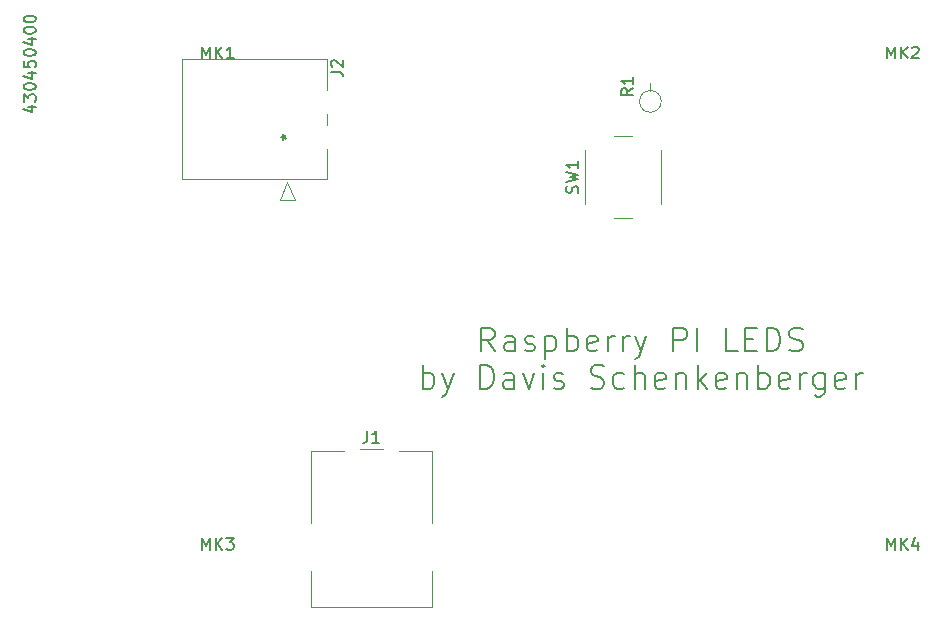
<source format=gto>
G04 #@! TF.GenerationSoftware,KiCad,Pcbnew,5.1.10-88a1d61d58~88~ubuntu20.04.1*
G04 #@! TF.CreationDate,2021-06-08T22:25:17-06:00*
G04 #@! TF.ProjectId,raspberrypi-led-hat-2,72617370-6265-4727-9279-70692d6c6564,rev?*
G04 #@! TF.SameCoordinates,Original*
G04 #@! TF.FileFunction,Legend,Top*
G04 #@! TF.FilePolarity,Positive*
%FSLAX46Y46*%
G04 Gerber Fmt 4.6, Leading zero omitted, Abs format (unit mm)*
G04 Created by KiCad (PCBNEW 5.1.10-88a1d61d58~88~ubuntu20.04.1) date 2021-06-08 22:25:17*
%MOMM*%
%LPD*%
G01*
G04 APERTURE LIST*
%ADD10C,0.150000*%
%ADD11C,0.120000*%
G04 APERTURE END LIST*
D10*
X226941428Y-126469761D02*
X226274761Y-125517380D01*
X225798571Y-126469761D02*
X225798571Y-124469761D01*
X226560476Y-124469761D01*
X226750952Y-124565000D01*
X226846190Y-124660238D01*
X226941428Y-124850714D01*
X226941428Y-125136428D01*
X226846190Y-125326904D01*
X226750952Y-125422142D01*
X226560476Y-125517380D01*
X225798571Y-125517380D01*
X228655714Y-126469761D02*
X228655714Y-125422142D01*
X228560476Y-125231666D01*
X228370000Y-125136428D01*
X227989047Y-125136428D01*
X227798571Y-125231666D01*
X228655714Y-126374523D02*
X228465238Y-126469761D01*
X227989047Y-126469761D01*
X227798571Y-126374523D01*
X227703333Y-126184047D01*
X227703333Y-125993571D01*
X227798571Y-125803095D01*
X227989047Y-125707857D01*
X228465238Y-125707857D01*
X228655714Y-125612619D01*
X229512857Y-126374523D02*
X229703333Y-126469761D01*
X230084285Y-126469761D01*
X230274761Y-126374523D01*
X230370000Y-126184047D01*
X230370000Y-126088809D01*
X230274761Y-125898333D01*
X230084285Y-125803095D01*
X229798571Y-125803095D01*
X229608095Y-125707857D01*
X229512857Y-125517380D01*
X229512857Y-125422142D01*
X229608095Y-125231666D01*
X229798571Y-125136428D01*
X230084285Y-125136428D01*
X230274761Y-125231666D01*
X231227142Y-125136428D02*
X231227142Y-127136428D01*
X231227142Y-125231666D02*
X231417619Y-125136428D01*
X231798571Y-125136428D01*
X231989047Y-125231666D01*
X232084285Y-125326904D01*
X232179523Y-125517380D01*
X232179523Y-126088809D01*
X232084285Y-126279285D01*
X231989047Y-126374523D01*
X231798571Y-126469761D01*
X231417619Y-126469761D01*
X231227142Y-126374523D01*
X233036666Y-126469761D02*
X233036666Y-124469761D01*
X233036666Y-125231666D02*
X233227142Y-125136428D01*
X233608095Y-125136428D01*
X233798571Y-125231666D01*
X233893809Y-125326904D01*
X233989047Y-125517380D01*
X233989047Y-126088809D01*
X233893809Y-126279285D01*
X233798571Y-126374523D01*
X233608095Y-126469761D01*
X233227142Y-126469761D01*
X233036666Y-126374523D01*
X235608095Y-126374523D02*
X235417619Y-126469761D01*
X235036666Y-126469761D01*
X234846190Y-126374523D01*
X234750952Y-126184047D01*
X234750952Y-125422142D01*
X234846190Y-125231666D01*
X235036666Y-125136428D01*
X235417619Y-125136428D01*
X235608095Y-125231666D01*
X235703333Y-125422142D01*
X235703333Y-125612619D01*
X234750952Y-125803095D01*
X236560476Y-126469761D02*
X236560476Y-125136428D01*
X236560476Y-125517380D02*
X236655714Y-125326904D01*
X236750952Y-125231666D01*
X236941428Y-125136428D01*
X237131904Y-125136428D01*
X237798571Y-126469761D02*
X237798571Y-125136428D01*
X237798571Y-125517380D02*
X237893809Y-125326904D01*
X237989047Y-125231666D01*
X238179523Y-125136428D01*
X238370000Y-125136428D01*
X238846190Y-125136428D02*
X239322380Y-126469761D01*
X239798571Y-125136428D02*
X239322380Y-126469761D01*
X239131904Y-126945952D01*
X239036666Y-127041190D01*
X238846190Y-127136428D01*
X242084285Y-126469761D02*
X242084285Y-124469761D01*
X242846190Y-124469761D01*
X243036666Y-124565000D01*
X243131904Y-124660238D01*
X243227142Y-124850714D01*
X243227142Y-125136428D01*
X243131904Y-125326904D01*
X243036666Y-125422142D01*
X242846190Y-125517380D01*
X242084285Y-125517380D01*
X244084285Y-126469761D02*
X244084285Y-124469761D01*
X247512857Y-126469761D02*
X246560476Y-126469761D01*
X246560476Y-124469761D01*
X248179523Y-125422142D02*
X248846190Y-125422142D01*
X249131904Y-126469761D02*
X248179523Y-126469761D01*
X248179523Y-124469761D01*
X249131904Y-124469761D01*
X249989047Y-126469761D02*
X249989047Y-124469761D01*
X250465238Y-124469761D01*
X250750952Y-124565000D01*
X250941428Y-124755476D01*
X251036666Y-124945952D01*
X251131904Y-125326904D01*
X251131904Y-125612619D01*
X251036666Y-125993571D01*
X250941428Y-126184047D01*
X250750952Y-126374523D01*
X250465238Y-126469761D01*
X249989047Y-126469761D01*
X251893809Y-126374523D02*
X252179523Y-126469761D01*
X252655714Y-126469761D01*
X252846190Y-126374523D01*
X252941428Y-126279285D01*
X253036666Y-126088809D01*
X253036666Y-125898333D01*
X252941428Y-125707857D01*
X252846190Y-125612619D01*
X252655714Y-125517380D01*
X252274761Y-125422142D01*
X252084285Y-125326904D01*
X251989047Y-125231666D01*
X251893809Y-125041190D01*
X251893809Y-124850714D01*
X251989047Y-124660238D01*
X252084285Y-124565000D01*
X252274761Y-124469761D01*
X252750952Y-124469761D01*
X253036666Y-124565000D01*
X220893809Y-129619761D02*
X220893809Y-127619761D01*
X220893809Y-128381666D02*
X221084285Y-128286428D01*
X221465238Y-128286428D01*
X221655714Y-128381666D01*
X221750952Y-128476904D01*
X221846190Y-128667380D01*
X221846190Y-129238809D01*
X221750952Y-129429285D01*
X221655714Y-129524523D01*
X221465238Y-129619761D01*
X221084285Y-129619761D01*
X220893809Y-129524523D01*
X222512857Y-128286428D02*
X222989047Y-129619761D01*
X223465238Y-128286428D02*
X222989047Y-129619761D01*
X222798571Y-130095952D01*
X222703333Y-130191190D01*
X222512857Y-130286428D01*
X225750952Y-129619761D02*
X225750952Y-127619761D01*
X226227142Y-127619761D01*
X226512857Y-127715000D01*
X226703333Y-127905476D01*
X226798571Y-128095952D01*
X226893809Y-128476904D01*
X226893809Y-128762619D01*
X226798571Y-129143571D01*
X226703333Y-129334047D01*
X226512857Y-129524523D01*
X226227142Y-129619761D01*
X225750952Y-129619761D01*
X228608095Y-129619761D02*
X228608095Y-128572142D01*
X228512857Y-128381666D01*
X228322380Y-128286428D01*
X227941428Y-128286428D01*
X227750952Y-128381666D01*
X228608095Y-129524523D02*
X228417619Y-129619761D01*
X227941428Y-129619761D01*
X227750952Y-129524523D01*
X227655714Y-129334047D01*
X227655714Y-129143571D01*
X227750952Y-128953095D01*
X227941428Y-128857857D01*
X228417619Y-128857857D01*
X228608095Y-128762619D01*
X229370000Y-128286428D02*
X229846190Y-129619761D01*
X230322380Y-128286428D01*
X231084285Y-129619761D02*
X231084285Y-128286428D01*
X231084285Y-127619761D02*
X230989047Y-127715000D01*
X231084285Y-127810238D01*
X231179523Y-127715000D01*
X231084285Y-127619761D01*
X231084285Y-127810238D01*
X231941428Y-129524523D02*
X232131904Y-129619761D01*
X232512857Y-129619761D01*
X232703333Y-129524523D01*
X232798571Y-129334047D01*
X232798571Y-129238809D01*
X232703333Y-129048333D01*
X232512857Y-128953095D01*
X232227142Y-128953095D01*
X232036666Y-128857857D01*
X231941428Y-128667380D01*
X231941428Y-128572142D01*
X232036666Y-128381666D01*
X232227142Y-128286428D01*
X232512857Y-128286428D01*
X232703333Y-128381666D01*
X235084285Y-129524523D02*
X235370000Y-129619761D01*
X235846190Y-129619761D01*
X236036666Y-129524523D01*
X236131904Y-129429285D01*
X236227142Y-129238809D01*
X236227142Y-129048333D01*
X236131904Y-128857857D01*
X236036666Y-128762619D01*
X235846190Y-128667380D01*
X235465238Y-128572142D01*
X235274761Y-128476904D01*
X235179523Y-128381666D01*
X235084285Y-128191190D01*
X235084285Y-128000714D01*
X235179523Y-127810238D01*
X235274761Y-127715000D01*
X235465238Y-127619761D01*
X235941428Y-127619761D01*
X236227142Y-127715000D01*
X237941428Y-129524523D02*
X237750952Y-129619761D01*
X237370000Y-129619761D01*
X237179523Y-129524523D01*
X237084285Y-129429285D01*
X236989047Y-129238809D01*
X236989047Y-128667380D01*
X237084285Y-128476904D01*
X237179523Y-128381666D01*
X237370000Y-128286428D01*
X237750952Y-128286428D01*
X237941428Y-128381666D01*
X238798571Y-129619761D02*
X238798571Y-127619761D01*
X239655714Y-129619761D02*
X239655714Y-128572142D01*
X239560476Y-128381666D01*
X239370000Y-128286428D01*
X239084285Y-128286428D01*
X238893809Y-128381666D01*
X238798571Y-128476904D01*
X241370000Y-129524523D02*
X241179523Y-129619761D01*
X240798571Y-129619761D01*
X240608095Y-129524523D01*
X240512857Y-129334047D01*
X240512857Y-128572142D01*
X240608095Y-128381666D01*
X240798571Y-128286428D01*
X241179523Y-128286428D01*
X241370000Y-128381666D01*
X241465238Y-128572142D01*
X241465238Y-128762619D01*
X240512857Y-128953095D01*
X242322380Y-128286428D02*
X242322380Y-129619761D01*
X242322380Y-128476904D02*
X242417619Y-128381666D01*
X242608095Y-128286428D01*
X242893809Y-128286428D01*
X243084285Y-128381666D01*
X243179523Y-128572142D01*
X243179523Y-129619761D01*
X244131904Y-129619761D02*
X244131904Y-127619761D01*
X244322380Y-128857857D02*
X244893809Y-129619761D01*
X244893809Y-128286428D02*
X244131904Y-129048333D01*
X246512857Y-129524523D02*
X246322380Y-129619761D01*
X245941428Y-129619761D01*
X245750952Y-129524523D01*
X245655714Y-129334047D01*
X245655714Y-128572142D01*
X245750952Y-128381666D01*
X245941428Y-128286428D01*
X246322380Y-128286428D01*
X246512857Y-128381666D01*
X246608095Y-128572142D01*
X246608095Y-128762619D01*
X245655714Y-128953095D01*
X247465238Y-128286428D02*
X247465238Y-129619761D01*
X247465238Y-128476904D02*
X247560476Y-128381666D01*
X247750952Y-128286428D01*
X248036666Y-128286428D01*
X248227142Y-128381666D01*
X248322380Y-128572142D01*
X248322380Y-129619761D01*
X249274761Y-129619761D02*
X249274761Y-127619761D01*
X249274761Y-128381666D02*
X249465238Y-128286428D01*
X249846190Y-128286428D01*
X250036666Y-128381666D01*
X250131904Y-128476904D01*
X250227142Y-128667380D01*
X250227142Y-129238809D01*
X250131904Y-129429285D01*
X250036666Y-129524523D01*
X249846190Y-129619761D01*
X249465238Y-129619761D01*
X249274761Y-129524523D01*
X251846190Y-129524523D02*
X251655714Y-129619761D01*
X251274761Y-129619761D01*
X251084285Y-129524523D01*
X250989047Y-129334047D01*
X250989047Y-128572142D01*
X251084285Y-128381666D01*
X251274761Y-128286428D01*
X251655714Y-128286428D01*
X251846190Y-128381666D01*
X251941428Y-128572142D01*
X251941428Y-128762619D01*
X250989047Y-128953095D01*
X252798571Y-129619761D02*
X252798571Y-128286428D01*
X252798571Y-128667380D02*
X252893809Y-128476904D01*
X252989047Y-128381666D01*
X253179523Y-128286428D01*
X253370000Y-128286428D01*
X254893809Y-128286428D02*
X254893809Y-129905476D01*
X254798571Y-130095952D01*
X254703333Y-130191190D01*
X254512857Y-130286428D01*
X254227142Y-130286428D01*
X254036666Y-130191190D01*
X254893809Y-129524523D02*
X254703333Y-129619761D01*
X254322380Y-129619761D01*
X254131904Y-129524523D01*
X254036666Y-129429285D01*
X253941428Y-129238809D01*
X253941428Y-128667380D01*
X254036666Y-128476904D01*
X254131904Y-128381666D01*
X254322380Y-128286428D01*
X254703333Y-128286428D01*
X254893809Y-128381666D01*
X256608095Y-129524523D02*
X256417619Y-129619761D01*
X256036666Y-129619761D01*
X255846190Y-129524523D01*
X255750952Y-129334047D01*
X255750952Y-128572142D01*
X255846190Y-128381666D01*
X256036666Y-128286428D01*
X256417619Y-128286428D01*
X256608095Y-128381666D01*
X256703333Y-128572142D01*
X256703333Y-128762619D01*
X255750952Y-128953095D01*
X257560476Y-129619761D02*
X257560476Y-128286428D01*
X257560476Y-128667380D02*
X257655714Y-128476904D01*
X257750952Y-128381666D01*
X257941428Y-128286428D01*
X258131904Y-128286428D01*
D11*
X240132000Y-104376000D02*
X240132000Y-103756000D01*
X241052000Y-105296000D02*
G75*
G03*
X241052000Y-105296000I-920000J0D01*
G01*
X238560000Y-108198000D02*
X237060000Y-108198000D01*
X234560000Y-109448000D02*
X234560000Y-113948000D01*
X237060000Y-115198000D02*
X238560000Y-115198000D01*
X241060000Y-113948000D02*
X241060000Y-109448000D01*
X212720000Y-104288456D02*
X212720000Y-101745012D01*
X212720000Y-107288455D02*
X212720000Y-106351546D01*
X212720000Y-111894991D02*
X212720000Y-109351545D01*
X200479999Y-111894991D02*
X212720000Y-111894991D01*
X200479999Y-101745012D02*
X200479999Y-111894991D01*
X212720000Y-101745012D02*
X200479999Y-101745012D01*
X208764999Y-113672991D02*
X209399999Y-112148991D01*
X210034999Y-113672991D02*
X208764999Y-113672991D01*
X209399999Y-112148991D02*
X210034999Y-113672991D01*
X215510000Y-134730000D02*
X217510000Y-134730000D01*
X211400000Y-148140000D02*
X211400000Y-145080000D01*
X221620000Y-148140000D02*
X211400000Y-148140000D01*
X221620000Y-145080000D02*
X221620000Y-148140000D01*
X221620000Y-134920000D02*
X221620000Y-140980000D01*
X218810000Y-134920000D02*
X221620000Y-134920000D01*
X211400000Y-134920000D02*
X214210000Y-134920000D01*
X211400000Y-140980000D02*
X211400000Y-134920000D01*
D10*
X238664380Y-104192666D02*
X238188190Y-104526000D01*
X238664380Y-104764095D02*
X237664380Y-104764095D01*
X237664380Y-104383142D01*
X237712000Y-104287904D01*
X237759619Y-104240285D01*
X237854857Y-104192666D01*
X237997714Y-104192666D01*
X238092952Y-104240285D01*
X238140571Y-104287904D01*
X238188190Y-104383142D01*
X238188190Y-104764095D01*
X238664380Y-103240285D02*
X238664380Y-103811714D01*
X238664380Y-103526000D02*
X237664380Y-103526000D01*
X237807238Y-103621238D01*
X237902476Y-103716476D01*
X237950095Y-103811714D01*
X233964761Y-113031333D02*
X234012380Y-112888476D01*
X234012380Y-112650380D01*
X233964761Y-112555142D01*
X233917142Y-112507523D01*
X233821904Y-112459904D01*
X233726666Y-112459904D01*
X233631428Y-112507523D01*
X233583809Y-112555142D01*
X233536190Y-112650380D01*
X233488571Y-112840857D01*
X233440952Y-112936095D01*
X233393333Y-112983714D01*
X233298095Y-113031333D01*
X233202857Y-113031333D01*
X233107619Y-112983714D01*
X233060000Y-112936095D01*
X233012380Y-112840857D01*
X233012380Y-112602761D01*
X233060000Y-112459904D01*
X233012380Y-112126571D02*
X234012380Y-111888476D01*
X233298095Y-111698000D01*
X234012380Y-111507523D01*
X233012380Y-111269428D01*
X234012380Y-110364666D02*
X234012380Y-110936095D01*
X234012380Y-110650380D02*
X233012380Y-110650380D01*
X233155238Y-110745619D01*
X233250476Y-110840857D01*
X233298095Y-110936095D01*
X213102380Y-102803333D02*
X213816666Y-102803333D01*
X213959523Y-102850952D01*
X214054761Y-102946190D01*
X214102380Y-103089047D01*
X214102380Y-103184285D01*
X213197619Y-102374761D02*
X213150000Y-102327142D01*
X213102380Y-102231904D01*
X213102380Y-101993809D01*
X213150000Y-101898571D01*
X213197619Y-101850952D01*
X213292857Y-101803333D01*
X213388095Y-101803333D01*
X213530952Y-101850952D01*
X214102380Y-102422380D01*
X214102380Y-101803333D01*
X187425714Y-105739047D02*
X188092380Y-105739047D01*
X187044761Y-105977142D02*
X187759047Y-106215238D01*
X187759047Y-105596190D01*
X187092380Y-105310476D02*
X187092380Y-104691428D01*
X187473333Y-105024761D01*
X187473333Y-104881904D01*
X187520952Y-104786666D01*
X187568571Y-104739047D01*
X187663809Y-104691428D01*
X187901904Y-104691428D01*
X187997142Y-104739047D01*
X188044761Y-104786666D01*
X188092380Y-104881904D01*
X188092380Y-105167619D01*
X188044761Y-105262857D01*
X187997142Y-105310476D01*
X187092380Y-104072380D02*
X187092380Y-103977142D01*
X187140000Y-103881904D01*
X187187619Y-103834285D01*
X187282857Y-103786666D01*
X187473333Y-103739047D01*
X187711428Y-103739047D01*
X187901904Y-103786666D01*
X187997142Y-103834285D01*
X188044761Y-103881904D01*
X188092380Y-103977142D01*
X188092380Y-104072380D01*
X188044761Y-104167619D01*
X187997142Y-104215238D01*
X187901904Y-104262857D01*
X187711428Y-104310476D01*
X187473333Y-104310476D01*
X187282857Y-104262857D01*
X187187619Y-104215238D01*
X187140000Y-104167619D01*
X187092380Y-104072380D01*
X187425714Y-102881904D02*
X188092380Y-102881904D01*
X187044761Y-103120000D02*
X187759047Y-103358095D01*
X187759047Y-102739047D01*
X187092380Y-101881904D02*
X187092380Y-102358095D01*
X187568571Y-102405714D01*
X187520952Y-102358095D01*
X187473333Y-102262857D01*
X187473333Y-102024761D01*
X187520952Y-101929523D01*
X187568571Y-101881904D01*
X187663809Y-101834285D01*
X187901904Y-101834285D01*
X187997142Y-101881904D01*
X188044761Y-101929523D01*
X188092380Y-102024761D01*
X188092380Y-102262857D01*
X188044761Y-102358095D01*
X187997142Y-102405714D01*
X187092380Y-101215238D02*
X187092380Y-101120000D01*
X187140000Y-101024761D01*
X187187619Y-100977142D01*
X187282857Y-100929523D01*
X187473333Y-100881904D01*
X187711428Y-100881904D01*
X187901904Y-100929523D01*
X187997142Y-100977142D01*
X188044761Y-101024761D01*
X188092380Y-101120000D01*
X188092380Y-101215238D01*
X188044761Y-101310476D01*
X187997142Y-101358095D01*
X187901904Y-101405714D01*
X187711428Y-101453333D01*
X187473333Y-101453333D01*
X187282857Y-101405714D01*
X187187619Y-101358095D01*
X187140000Y-101310476D01*
X187092380Y-101215238D01*
X187425714Y-100024761D02*
X188092380Y-100024761D01*
X187044761Y-100262857D02*
X187759047Y-100500952D01*
X187759047Y-99881904D01*
X187092380Y-99310476D02*
X187092380Y-99215238D01*
X187140000Y-99120000D01*
X187187619Y-99072380D01*
X187282857Y-99024761D01*
X187473333Y-98977142D01*
X187711428Y-98977142D01*
X187901904Y-99024761D01*
X187997142Y-99072380D01*
X188044761Y-99120000D01*
X188092380Y-99215238D01*
X188092380Y-99310476D01*
X188044761Y-99405714D01*
X187997142Y-99453333D01*
X187901904Y-99500952D01*
X187711428Y-99548571D01*
X187473333Y-99548571D01*
X187282857Y-99500952D01*
X187187619Y-99453333D01*
X187140000Y-99405714D01*
X187092380Y-99310476D01*
X187092380Y-98358095D02*
X187092380Y-98262857D01*
X187140000Y-98167619D01*
X187187619Y-98120000D01*
X187282857Y-98072380D01*
X187473333Y-98024761D01*
X187711428Y-98024761D01*
X187901904Y-98072380D01*
X187997142Y-98120000D01*
X188044761Y-98167619D01*
X188092380Y-98262857D01*
X188092380Y-98358095D01*
X188044761Y-98453333D01*
X187997142Y-98500952D01*
X187901904Y-98548571D01*
X187711428Y-98596190D01*
X187473333Y-98596190D01*
X187282857Y-98548571D01*
X187187619Y-98500952D01*
X187140000Y-98453333D01*
X187092380Y-98358095D01*
X208852379Y-108320000D02*
X209090475Y-108320000D01*
X208995237Y-108558095D02*
X209090475Y-108320000D01*
X208995237Y-108081904D01*
X209280951Y-108462857D02*
X209090475Y-108320000D01*
X209280951Y-108177142D01*
X216176666Y-133182380D02*
X216176666Y-133896666D01*
X216129047Y-134039523D01*
X216033809Y-134134761D01*
X215890952Y-134182380D01*
X215795714Y-134182380D01*
X217176666Y-134182380D02*
X216605238Y-134182380D01*
X216890952Y-134182380D02*
X216890952Y-133182380D01*
X216795714Y-133325238D01*
X216700476Y-133420476D01*
X216605238Y-133468095D01*
X260190476Y-143252380D02*
X260190476Y-142252380D01*
X260523809Y-142966666D01*
X260857142Y-142252380D01*
X260857142Y-143252380D01*
X261333333Y-143252380D02*
X261333333Y-142252380D01*
X261904761Y-143252380D02*
X261476190Y-142680952D01*
X261904761Y-142252380D02*
X261333333Y-142823809D01*
X262761904Y-142585714D02*
X262761904Y-143252380D01*
X262523809Y-142204761D02*
X262285714Y-142919047D01*
X262904761Y-142919047D01*
X202190476Y-143252380D02*
X202190476Y-142252380D01*
X202523809Y-142966666D01*
X202857142Y-142252380D01*
X202857142Y-143252380D01*
X203333333Y-143252380D02*
X203333333Y-142252380D01*
X203904761Y-143252380D02*
X203476190Y-142680952D01*
X203904761Y-142252380D02*
X203333333Y-142823809D01*
X204238095Y-142252380D02*
X204857142Y-142252380D01*
X204523809Y-142633333D01*
X204666666Y-142633333D01*
X204761904Y-142680952D01*
X204809523Y-142728571D01*
X204857142Y-142823809D01*
X204857142Y-143061904D01*
X204809523Y-143157142D01*
X204761904Y-143204761D01*
X204666666Y-143252380D01*
X204380952Y-143252380D01*
X204285714Y-143204761D01*
X204238095Y-143157142D01*
X260190476Y-101652380D02*
X260190476Y-100652380D01*
X260523809Y-101366666D01*
X260857142Y-100652380D01*
X260857142Y-101652380D01*
X261333333Y-101652380D02*
X261333333Y-100652380D01*
X261904761Y-101652380D02*
X261476190Y-101080952D01*
X261904761Y-100652380D02*
X261333333Y-101223809D01*
X262285714Y-100747619D02*
X262333333Y-100700000D01*
X262428571Y-100652380D01*
X262666666Y-100652380D01*
X262761904Y-100700000D01*
X262809523Y-100747619D01*
X262857142Y-100842857D01*
X262857142Y-100938095D01*
X262809523Y-101080952D01*
X262238095Y-101652380D01*
X262857142Y-101652380D01*
X202190476Y-101652380D02*
X202190476Y-100652380D01*
X202523809Y-101366666D01*
X202857142Y-100652380D01*
X202857142Y-101652380D01*
X203333333Y-101652380D02*
X203333333Y-100652380D01*
X203904761Y-101652380D02*
X203476190Y-101080952D01*
X203904761Y-100652380D02*
X203333333Y-101223809D01*
X204857142Y-101652380D02*
X204285714Y-101652380D01*
X204571428Y-101652380D02*
X204571428Y-100652380D01*
X204476190Y-100795238D01*
X204380952Y-100890476D01*
X204285714Y-100938095D01*
M02*

</source>
